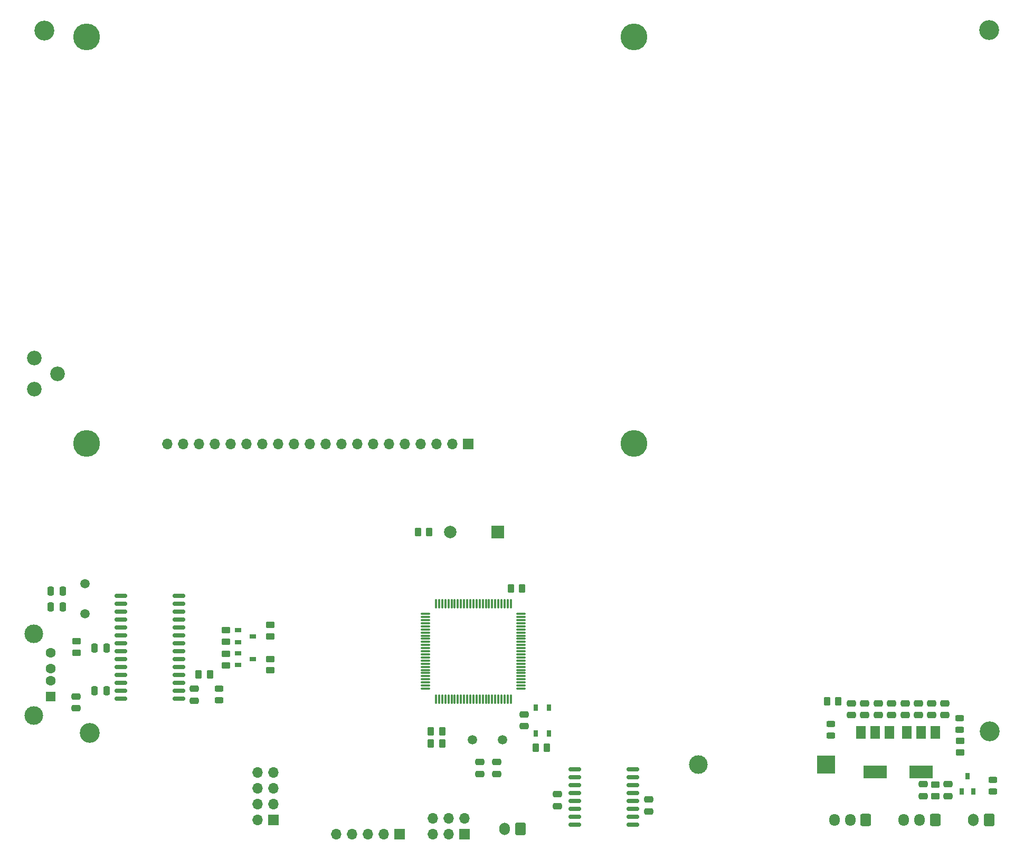
<source format=gbs>
%TF.GenerationSoftware,KiCad,Pcbnew,(6.0.0)*%
%TF.CreationDate,2022-05-25T11:52:23+05:30*%
%TF.ProjectId,Motion_Control_HMI,4d6f7469-6f6e-45f4-936f-6e74726f6c5f,rev?*%
%TF.SameCoordinates,Original*%
%TF.FileFunction,Soldermask,Bot*%
%TF.FilePolarity,Negative*%
%FSLAX46Y46*%
G04 Gerber Fmt 4.6, Leading zero omitted, Abs format (unit mm)*
G04 Created by KiCad (PCBNEW (6.0.0)) date 2022-05-25 11:52:23*
%MOMM*%
%LPD*%
G01*
G04 APERTURE LIST*
G04 Aperture macros list*
%AMRoundRect*
0 Rectangle with rounded corners*
0 $1 Rounding radius*
0 $2 $3 $4 $5 $6 $7 $8 $9 X,Y pos of 4 corners*
0 Add a 4 corners polygon primitive as box body*
4,1,4,$2,$3,$4,$5,$6,$7,$8,$9,$2,$3,0*
0 Add four circle primitives for the rounded corners*
1,1,$1+$1,$2,$3*
1,1,$1+$1,$4,$5*
1,1,$1+$1,$6,$7*
1,1,$1+$1,$8,$9*
0 Add four rect primitives between the rounded corners*
20,1,$1+$1,$2,$3,$4,$5,0*
20,1,$1+$1,$4,$5,$6,$7,0*
20,1,$1+$1,$6,$7,$8,$9,0*
20,1,$1+$1,$8,$9,$2,$3,0*%
G04 Aperture macros list end*
%ADD10C,4.300000*%
%ADD11C,2.340000*%
%ADD12C,3.200000*%
%ADD13RoundRect,0.250000X0.450000X-0.262500X0.450000X0.262500X-0.450000X0.262500X-0.450000X-0.262500X0*%
%ADD14RoundRect,0.243750X0.456250X-0.243750X0.456250X0.243750X-0.456250X0.243750X-0.456250X-0.243750X0*%
%ADD15RoundRect,0.250000X0.262500X0.450000X-0.262500X0.450000X-0.262500X-0.450000X0.262500X-0.450000X0*%
%ADD16RoundRect,0.250000X0.475000X-0.250000X0.475000X0.250000X-0.475000X0.250000X-0.475000X-0.250000X0*%
%ADD17R,1.500000X1.600000*%
%ADD18C,1.600000*%
%ADD19C,3.000000*%
%ADD20RoundRect,0.250000X-0.475000X0.250000X-0.475000X-0.250000X0.475000X-0.250000X0.475000X0.250000X0*%
%ADD21R,1.700000X1.700000*%
%ADD22O,1.700000X1.700000*%
%ADD23R,1.500000X2.000000*%
%ADD24R,3.800000X2.000000*%
%ADD25RoundRect,0.250000X-0.450000X0.262500X-0.450000X-0.262500X0.450000X-0.262500X0.450000X0.262500X0*%
%ADD26RoundRect,0.250000X0.250000X0.475000X-0.250000X0.475000X-0.250000X-0.475000X0.250000X-0.475000X0*%
%ADD27R,3.000000X3.000000*%
%ADD28RoundRect,0.250000X0.600000X0.750000X-0.600000X0.750000X-0.600000X-0.750000X0.600000X-0.750000X0*%
%ADD29O,1.700000X2.000000*%
%ADD30R,1.000000X0.700000*%
%ADD31RoundRect,0.250000X0.600000X0.725000X-0.600000X0.725000X-0.600000X-0.725000X0.600000X-0.725000X0*%
%ADD32O,1.700000X1.950000*%
%ADD33R,0.700000X1.000000*%
%ADD34RoundRect,0.243750X-0.456250X0.243750X-0.456250X-0.243750X0.456250X-0.243750X0.456250X0.243750X0*%
%ADD35R,2.000000X2.000000*%
%ADD36C,2.000000*%
%ADD37RoundRect,0.250000X-0.262500X-0.450000X0.262500X-0.450000X0.262500X0.450000X-0.262500X0.450000X0*%
%ADD38C,1.500000*%
%ADD39R,0.650000X1.050000*%
%ADD40RoundRect,0.075000X0.662500X0.075000X-0.662500X0.075000X-0.662500X-0.075000X0.662500X-0.075000X0*%
%ADD41RoundRect,0.075000X0.075000X0.662500X-0.075000X0.662500X-0.075000X-0.662500X0.075000X-0.662500X0*%
%ADD42RoundRect,0.150000X-0.875000X-0.150000X0.875000X-0.150000X0.875000X0.150000X-0.875000X0.150000X0*%
G04 APERTURE END LIST*
D10*
%TO.C,H4*%
X157988000Y-98044000D03*
%TD*%
D11*
%TO.C,RV3*%
X61777800Y-84291400D03*
X65577800Y-86791400D03*
X61777800Y-89291400D03*
%TD*%
D12*
%TO.C,H7*%
X215087200Y-144221200D03*
%TD*%
%TO.C,H8*%
X63398400Y-31699200D03*
%TD*%
%TO.C,H5*%
X70713600Y-144475200D03*
%TD*%
%TO.C,H2*%
X214985600Y-31648400D03*
%TD*%
D10*
%TO.C,H1*%
X70205600Y-32715200D03*
%TD*%
%TO.C,H3*%
X157988000Y-32715200D03*
%TD*%
%TO.C,H6*%
X70205600Y-98044000D03*
%TD*%
D13*
%TO.C,R1*%
X68580000Y-131597400D03*
X68580000Y-129772400D03*
%TD*%
D14*
%TO.C,D2*%
X210261200Y-144013400D03*
X210261200Y-142138400D03*
%TD*%
D15*
%TO.C,R3*%
X144043400Y-146862800D03*
X142218400Y-146862800D03*
%TD*%
D16*
%TO.C,C17*%
X201498200Y-141640600D03*
X201498200Y-139740600D03*
%TD*%
D17*
%TO.C,J1*%
X64432000Y-138644800D03*
D18*
X64432000Y-136144800D03*
X64432000Y-134144800D03*
X64432000Y-131644800D03*
D19*
X61722000Y-141714800D03*
X61722000Y-128574800D03*
%TD*%
D20*
%TO.C,C14*%
X204393800Y-152730200D03*
X204393800Y-154630200D03*
%TD*%
D16*
%TO.C,C2*%
X145719800Y-156235400D03*
X145719800Y-154335400D03*
%TD*%
%TO.C,C12*%
X197180200Y-141640600D03*
X197180200Y-139740600D03*
%TD*%
D21*
%TO.C,J4*%
X120370600Y-160731200D03*
D22*
X117830600Y-160731200D03*
X115290600Y-160731200D03*
X112750600Y-160731200D03*
X110210600Y-160731200D03*
%TD*%
D23*
%TO.C,U3*%
X201763600Y-144424000D03*
X204063600Y-144424000D03*
X206363600Y-144424000D03*
D24*
X204063600Y-150724000D03*
%TD*%
D16*
%TO.C,C11*%
X205765400Y-141640600D03*
X205765400Y-139740600D03*
%TD*%
%TO.C,C1*%
X160401000Y-157099000D03*
X160401000Y-155199000D03*
%TD*%
D20*
%TO.C,C6*%
X68503800Y-138638200D03*
X68503800Y-140538200D03*
%TD*%
D13*
%TO.C,R7*%
X92557600Y-133629400D03*
X92557600Y-131804400D03*
%TD*%
D25*
%TO.C,R5*%
X99669600Y-132613400D03*
X99669600Y-134438400D03*
%TD*%
D26*
%TO.C,C3*%
X66344800Y-124231400D03*
X64444800Y-124231400D03*
%TD*%
D16*
%TO.C,C16*%
X195021200Y-141640600D03*
X195021200Y-139740600D03*
%TD*%
D23*
%TO.C,U4*%
X194397600Y-144424000D03*
X196697600Y-144424000D03*
X198997600Y-144424000D03*
D24*
X196697600Y-150724000D03*
%TD*%
D27*
%TO.C,BT1*%
X188772800Y-149606000D03*
D19*
X168282800Y-149606000D03*
%TD*%
D13*
%TO.C,FB1*%
X206375000Y-154609800D03*
X206375000Y-152784800D03*
%TD*%
D28*
%TO.C,J7*%
X139750800Y-159893000D03*
D29*
X137250800Y-159893000D03*
%TD*%
D30*
%TO.C,Q3*%
X94456400Y-133588800D03*
X94456400Y-131688800D03*
X96856400Y-132638800D03*
%TD*%
D31*
%TO.C,RV1*%
X195195200Y-158445200D03*
D32*
X192695200Y-158445200D03*
X190195200Y-158445200D03*
%TD*%
D26*
%TO.C,C7*%
X73380600Y-137693400D03*
X71480600Y-137693400D03*
%TD*%
D20*
%TO.C,C22*%
X133273800Y-149174200D03*
X133273800Y-151074200D03*
%TD*%
D33*
%TO.C,Q1*%
X212466000Y-153873200D03*
X210566000Y-153873200D03*
X211516000Y-151473200D03*
%TD*%
D16*
%TO.C,C10*%
X199339200Y-141640600D03*
X199339200Y-139740600D03*
%TD*%
D34*
%TO.C,D1*%
X91440000Y-137388600D03*
X91440000Y-139263600D03*
%TD*%
D35*
%TO.C,BZ1*%
X136134000Y-112217200D03*
D36*
X128534000Y-112217200D03*
%TD*%
D25*
%TO.C,R11*%
X210286600Y-145770600D03*
X210286600Y-147595600D03*
%TD*%
D16*
%TO.C,C9*%
X207899000Y-141640600D03*
X207899000Y-139740600D03*
%TD*%
D15*
%TO.C,R10*%
X125171200Y-112217200D03*
X123346200Y-112217200D03*
%TD*%
D37*
%TO.C,R9*%
X125429000Y-144272000D03*
X127254000Y-144272000D03*
%TD*%
D26*
%TO.C,C4*%
X66370200Y-121691400D03*
X64470200Y-121691400D03*
%TD*%
D13*
%TO.C,R4*%
X99669600Y-128955800D03*
X99669600Y-127130800D03*
%TD*%
D20*
%TO.C,C24*%
X135940800Y-149174200D03*
X135940800Y-151074200D03*
%TD*%
D38*
%TO.C,Y1*%
X69926200Y-125374400D03*
X69926200Y-120494400D03*
%TD*%
D16*
%TO.C,C15*%
X203631800Y-141640600D03*
X203631800Y-139740600D03*
%TD*%
D28*
%TO.C,J6*%
X214934800Y-158445200D03*
D29*
X212434800Y-158445200D03*
%TD*%
D39*
%TO.C,SW26*%
X142214600Y-140411200D03*
X142214600Y-144561200D03*
X144364600Y-144536200D03*
X144364600Y-140411200D03*
%TD*%
D26*
%TO.C,C5*%
X73401000Y-130860800D03*
X71501000Y-130860800D03*
%TD*%
D30*
%TO.C,Q2*%
X94456400Y-129905800D03*
X94456400Y-128005800D03*
X96856400Y-128955800D03*
%TD*%
D16*
%TO.C,C18*%
X192862200Y-141640600D03*
X192862200Y-139740600D03*
%TD*%
D25*
%TO.C,R6*%
X92557600Y-128016000D03*
X92557600Y-129841000D03*
%TD*%
D37*
%TO.C,R12*%
X188976000Y-139369800D03*
X190801000Y-139369800D03*
%TD*%
D15*
%TO.C,FB2*%
X140077200Y-121285000D03*
X138252200Y-121285000D03*
%TD*%
D34*
%TO.C,D3*%
X189611000Y-143057400D03*
X189611000Y-144932400D03*
%TD*%
D21*
%TO.C,J2*%
X100126800Y-158496000D03*
D22*
X97586800Y-158496000D03*
X100126800Y-155956000D03*
X97586800Y-155956000D03*
X100126800Y-153416000D03*
X97586800Y-153416000D03*
X100126800Y-150876000D03*
X97586800Y-150876000D03*
%TD*%
D16*
%TO.C,C8*%
X87426800Y-139288600D03*
X87426800Y-137388600D03*
%TD*%
D40*
%TO.C,U5*%
X139908100Y-125377100D03*
X139908100Y-125877100D03*
X139908100Y-126377100D03*
X139908100Y-126877100D03*
X139908100Y-127377100D03*
X139908100Y-127877100D03*
X139908100Y-128377100D03*
X139908100Y-128877100D03*
X139908100Y-129377100D03*
X139908100Y-129877100D03*
X139908100Y-130377100D03*
X139908100Y-130877100D03*
X139908100Y-131377100D03*
X139908100Y-131877100D03*
X139908100Y-132377100D03*
X139908100Y-132877100D03*
X139908100Y-133377100D03*
X139908100Y-133877100D03*
X139908100Y-134377100D03*
X139908100Y-134877100D03*
X139908100Y-135377100D03*
X139908100Y-135877100D03*
X139908100Y-136377100D03*
X139908100Y-136877100D03*
X139908100Y-137377100D03*
D41*
X138245600Y-139039600D03*
X137745600Y-139039600D03*
X137245600Y-139039600D03*
X136745600Y-139039600D03*
X136245600Y-139039600D03*
X135745600Y-139039600D03*
X135245600Y-139039600D03*
X134745600Y-139039600D03*
X134245600Y-139039600D03*
X133745600Y-139039600D03*
X133245600Y-139039600D03*
X132745600Y-139039600D03*
X132245600Y-139039600D03*
X131745600Y-139039600D03*
X131245600Y-139039600D03*
X130745600Y-139039600D03*
X130245600Y-139039600D03*
X129745600Y-139039600D03*
X129245600Y-139039600D03*
X128745600Y-139039600D03*
X128245600Y-139039600D03*
X127745600Y-139039600D03*
X127245600Y-139039600D03*
X126745600Y-139039600D03*
X126245600Y-139039600D03*
D40*
X124583100Y-137377100D03*
X124583100Y-136877100D03*
X124583100Y-136377100D03*
X124583100Y-135877100D03*
X124583100Y-135377100D03*
X124583100Y-134877100D03*
X124583100Y-134377100D03*
X124583100Y-133877100D03*
X124583100Y-133377100D03*
X124583100Y-132877100D03*
X124583100Y-132377100D03*
X124583100Y-131877100D03*
X124583100Y-131377100D03*
X124583100Y-130877100D03*
X124583100Y-130377100D03*
X124583100Y-129877100D03*
X124583100Y-129377100D03*
X124583100Y-128877100D03*
X124583100Y-128377100D03*
X124583100Y-127877100D03*
X124583100Y-127377100D03*
X124583100Y-126877100D03*
X124583100Y-126377100D03*
X124583100Y-125877100D03*
X124583100Y-125377100D03*
D41*
X126245600Y-123714600D03*
X126745600Y-123714600D03*
X127245600Y-123714600D03*
X127745600Y-123714600D03*
X128245600Y-123714600D03*
X128745600Y-123714600D03*
X129245600Y-123714600D03*
X129745600Y-123714600D03*
X130245600Y-123714600D03*
X130745600Y-123714600D03*
X131245600Y-123714600D03*
X131745600Y-123714600D03*
X132245600Y-123714600D03*
X132745600Y-123714600D03*
X133245600Y-123714600D03*
X133745600Y-123714600D03*
X134245600Y-123714600D03*
X134745600Y-123714600D03*
X135245600Y-123714600D03*
X135745600Y-123714600D03*
X136245600Y-123714600D03*
X136745600Y-123714600D03*
X137245600Y-123714600D03*
X137745600Y-123714600D03*
X138245600Y-123714600D03*
%TD*%
D21*
%TO.C,J3*%
X130810000Y-160756600D03*
D22*
X130810000Y-158216600D03*
X128270000Y-160756600D03*
X128270000Y-158216600D03*
X125730000Y-160756600D03*
X125730000Y-158216600D03*
%TD*%
D42*
%TO.C,U1*%
X148512000Y-159181800D03*
X148512000Y-157911800D03*
X148512000Y-156641800D03*
X148512000Y-155371800D03*
X148512000Y-154101800D03*
X148512000Y-152831800D03*
X148512000Y-151561800D03*
X148512000Y-150291800D03*
X157812000Y-150291800D03*
X157812000Y-151561800D03*
X157812000Y-152831800D03*
X157812000Y-154101800D03*
X157812000Y-155371800D03*
X157812000Y-156641800D03*
X157812000Y-157911800D03*
X157812000Y-159181800D03*
%TD*%
D31*
%TO.C,RV2*%
X206298800Y-158445200D03*
D32*
X203798800Y-158445200D03*
X201298800Y-158445200D03*
%TD*%
D14*
%TO.C,F1*%
X215569800Y-153898600D03*
X215569800Y-152023600D03*
%TD*%
D15*
%TO.C,R2*%
X89966800Y-135077200D03*
X88141800Y-135077200D03*
%TD*%
D37*
%TO.C,R8*%
X125427100Y-146202400D03*
X127252100Y-146202400D03*
%TD*%
D38*
%TO.C,Y2*%
X132051400Y-145567400D03*
X136931400Y-145567400D03*
%TD*%
D42*
%TO.C,U2*%
X75692000Y-138963400D03*
X75692000Y-137693400D03*
X75692000Y-136423400D03*
X75692000Y-135153400D03*
X75692000Y-133883400D03*
X75692000Y-132613400D03*
X75692000Y-131343400D03*
X75692000Y-130073400D03*
X75692000Y-128803400D03*
X75692000Y-127533400D03*
X75692000Y-126263400D03*
X75692000Y-124993400D03*
X75692000Y-123723400D03*
X75692000Y-122453400D03*
X84992000Y-122453400D03*
X84992000Y-123723400D03*
X84992000Y-124993400D03*
X84992000Y-126263400D03*
X84992000Y-127533400D03*
X84992000Y-128803400D03*
X84992000Y-130073400D03*
X84992000Y-131343400D03*
X84992000Y-132613400D03*
X84992000Y-133883400D03*
X84992000Y-135153400D03*
X84992000Y-136423400D03*
X84992000Y-137693400D03*
X84992000Y-138963400D03*
%TD*%
D20*
%TO.C,C19*%
X140385800Y-141503400D03*
X140385800Y-143403400D03*
%TD*%
D21*
%TO.C,J5*%
X131368800Y-98094800D03*
D22*
X128828800Y-98094800D03*
X126288800Y-98094800D03*
X123748800Y-98094800D03*
X121208800Y-98094800D03*
X118668800Y-98094800D03*
X116128800Y-98094800D03*
X113588800Y-98094800D03*
X111048800Y-98094800D03*
X108508800Y-98094800D03*
X105968800Y-98094800D03*
X103428800Y-98094800D03*
X100888800Y-98094800D03*
X98348800Y-98094800D03*
X95808800Y-98094800D03*
X93268800Y-98094800D03*
X90728800Y-98094800D03*
X88188800Y-98094800D03*
X85648800Y-98094800D03*
X83108800Y-98094800D03*
%TD*%
D16*
%TO.C,C13*%
X208330800Y-154635200D03*
X208330800Y-152735200D03*
%TD*%
M02*

</source>
